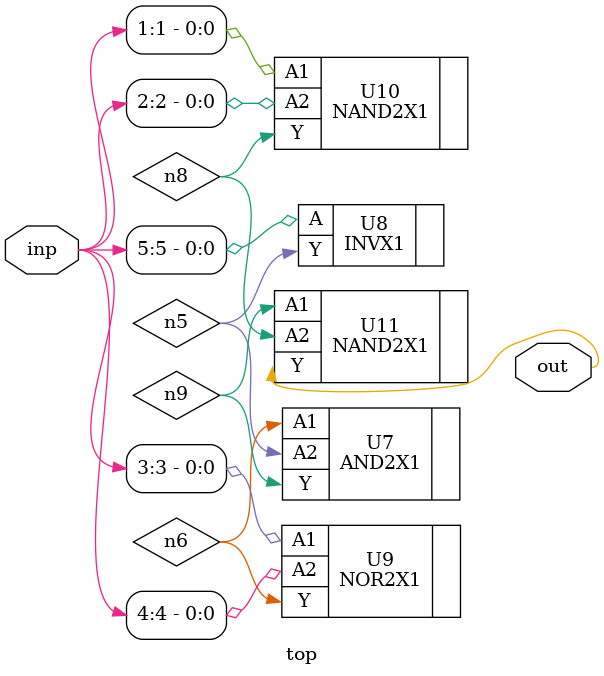
<source format=sv>


module top ( inp, out );
  input [5:0] inp;
  output out;
  wire   n5, n6, n8, n9;

  AND2X1 U7 ( .A1(n6), .A2(n5), .Y(n9) );
  INVX1 U8 ( .A(inp[5]), .Y(n5) );
  NOR2X1 U9 ( .A1(inp[3]), .A2(inp[4]), .Y(n6) );
  NAND2X1 U10 ( .A1(inp[1]), .A2(inp[2]), .Y(n8) );
  NAND2X1 U11 ( .A1(n9), .A2(n8), .Y(out) );
endmodule


</source>
